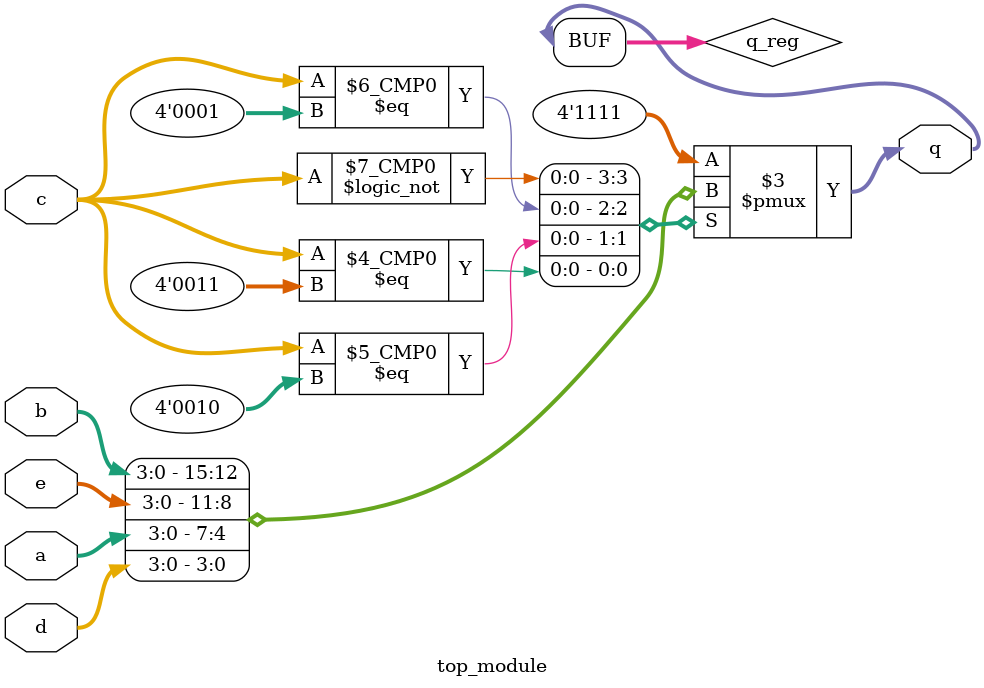
<source format=v>
module top_module (
    input [3:0] a,
    input [3:0] b,
    input [3:0] c,
    input [3:0] d,
    input [3:0] e,
    output [3:0] q );
reg [3:0] q_reg;

always @(*)begin
    case (c)
        4'd0:q_reg = b;
        4'd1:q_reg = e;
        4'd2:q_reg = a;
        4'd3:q_reg = d;
        default:q_reg = 4'hf;
    endcase
end
assign q = q_reg;
endmodule
</source>
